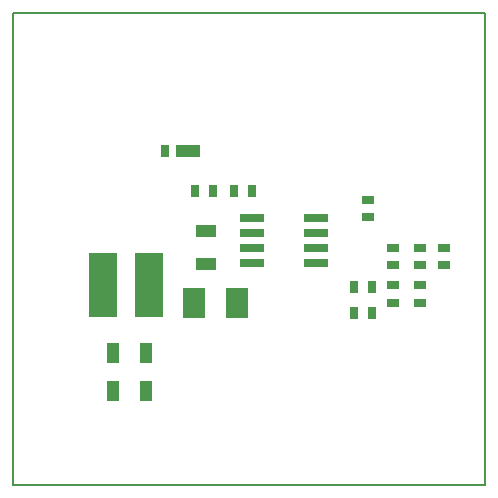
<source format=gtp>
%FSLAX44Y44*%
%MOMM*%
G71*
G01*
G75*
G04 Layer_Color=255*
%ADD10C,0.6000*%
%ADD11C,0.2540*%
%ADD12R,1.1000X0.7000*%
%ADD13R,1.0000X1.8000*%
%ADD14R,1.0000X1.8000*%
%ADD15R,0.7000X1.1000*%
%ADD16R,1.9000X2.5000*%
%ADD17R,1.8000X1.0000*%
%ADD18R,1.8000X1.0000*%
%ADD19R,2.4000X5.5000*%
%ADD20R,2.0000X0.6500*%
%ADD21R,2.0000X1.1000*%
%ADD22R,0.8000X1.1000*%
%ADD23C,0.4000*%
%ADD24C,1.0000*%
%ADD25C,0.2000*%
%ADD26C,3.5000*%
%ADD27C,0.2032*%
%ADD28C,0.1500*%
%ADD29C,0.2800*%
D12*
X322072Y201010D02*
D03*
Y186010D02*
D03*
X344646D02*
D03*
Y201010D02*
D03*
X364966Y186010D02*
D03*
Y201010D02*
D03*
X344646Y154292D02*
D03*
Y169292D02*
D03*
X322072D02*
D03*
Y154292D02*
D03*
X300736Y226554D02*
D03*
Y241554D02*
D03*
D13*
X84826Y111412D02*
D03*
Y79916D02*
D03*
D14*
X112826Y111412D02*
D03*
Y79916D02*
D03*
D15*
X288530Y145448D02*
D03*
X303530D02*
D03*
X288530Y167292D02*
D03*
X303530D02*
D03*
X201944Y249016D02*
D03*
X186944D02*
D03*
X154432Y248666D02*
D03*
X169432D02*
D03*
D16*
X190014Y153876D02*
D03*
X153014D02*
D03*
D17*
X163448Y215414D02*
D03*
D18*
Y187414D02*
D03*
D19*
X76322Y169356D02*
D03*
X115322D02*
D03*
D20*
X256108Y226410D02*
D03*
Y213710D02*
D03*
Y201010D02*
D03*
Y188310D02*
D03*
X202108D02*
D03*
Y201010D02*
D03*
Y213710D02*
D03*
Y226410D02*
D03*
D21*
X147908Y283036D02*
D03*
D22*
X128908D02*
D03*
D25*
X0Y0D02*
X400000D01*
Y400000D01*
X0D02*
X400000D01*
X0Y0D02*
Y400000D01*
M02*

</source>
